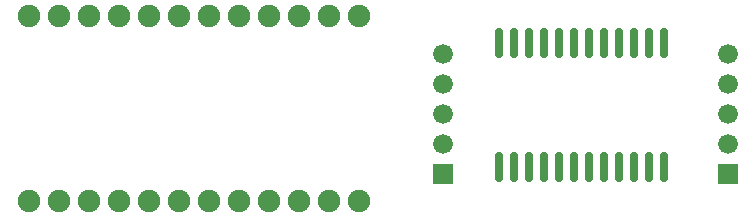
<source format=gts>
G04 Layer: TopSolderMaskLayer*
G04 EasyEDA v6.4.25, 2021-10-17T02:20:50+08:00*
G04 2ac7491e4d7b47ffaeae1aaf30646eaa,91c7be0e0535418db580a4ece6a21754,10*
G04 Gerber Generator version 0.2*
G04 Scale: 100 percent, Rotated: No, Reflected: No *
G04 Dimensions in millimeters *
G04 leading zeros omitted , absolute positions ,4 integer and 5 decimal *
%FSLAX45Y45*%
%MOMM*%

%ADD25C,0.6616*%
%ADD26C,1.6764*%
%ADD27R,1.6764X1.6764*%
%ADD28C,1.9016*%

%LPD*%
D25*
X5029197Y3062589D02*
G01*
X5029197Y2875419D01*
X5156197Y3062589D02*
G01*
X5156197Y2875419D01*
X5283197Y3062589D02*
G01*
X5283197Y2875419D01*
X5410197Y3062589D02*
G01*
X5410197Y2875419D01*
X5537197Y3062589D02*
G01*
X5537197Y2875419D01*
X5664197Y3062589D02*
G01*
X5664197Y2875419D01*
X5791197Y3062589D02*
G01*
X5791197Y2875419D01*
X5918197Y3062589D02*
G01*
X5918197Y2875419D01*
X6045197Y3062589D02*
G01*
X6045197Y2875419D01*
X6172197Y3062589D02*
G01*
X6172197Y2875419D01*
X6299197Y3062589D02*
G01*
X6299197Y2875419D01*
X6426197Y3062589D02*
G01*
X6426197Y2875419D01*
X5029197Y4116387D02*
G01*
X5029197Y3929214D01*
X5156197Y4116387D02*
G01*
X5156197Y3929214D01*
X5283197Y4116387D02*
G01*
X5283197Y3929214D01*
X5410197Y4116387D02*
G01*
X5410197Y3929214D01*
X5537197Y4116387D02*
G01*
X5537197Y3929214D01*
X5664197Y4116387D02*
G01*
X5664197Y3929214D01*
X5791197Y4116387D02*
G01*
X5791197Y3929214D01*
X5918197Y4116387D02*
G01*
X5918197Y3929214D01*
X6045197Y4116387D02*
G01*
X6045197Y3929214D01*
X6172197Y4116387D02*
G01*
X6172197Y3929214D01*
X6299197Y4116387D02*
G01*
X6299197Y3929214D01*
X6426197Y4116387D02*
G01*
X6426197Y3929214D01*
D26*
G01*
X4559300Y3924300D03*
G01*
X4559300Y3670300D03*
G01*
X4559300Y3416300D03*
G01*
X4559300Y3162300D03*
D27*
G01*
X4559300Y2908300D03*
D28*
G01*
X1054100Y2687091D03*
G01*
X1308100Y2687091D03*
G01*
X1562100Y2687091D03*
G01*
X1816100Y2687091D03*
G01*
X2070100Y2687091D03*
G01*
X2324100Y2687091D03*
G01*
X2578100Y2687091D03*
G01*
X2832100Y2687091D03*
G01*
X3086100Y2687091D03*
G01*
X3340100Y2687091D03*
G01*
X3594100Y2687091D03*
G01*
X3848100Y2687091D03*
G01*
X3848100Y4247108D03*
G01*
X3594100Y4247108D03*
G01*
X3340100Y4247108D03*
G01*
X3086100Y4247108D03*
G01*
X2832100Y4247108D03*
G01*
X2578100Y4247108D03*
G01*
X2324100Y4247108D03*
G01*
X2070100Y4247108D03*
G01*
X1816100Y4247108D03*
G01*
X1562100Y4247108D03*
G01*
X1308100Y4247108D03*
G01*
X1054100Y4247108D03*
D26*
G01*
X6972300Y3924302D03*
G01*
X6972300Y3670302D03*
G01*
X6972300Y3416302D03*
G01*
X6972300Y3162302D03*
D27*
G01*
X6972300Y2908302D03*
M02*

</source>
